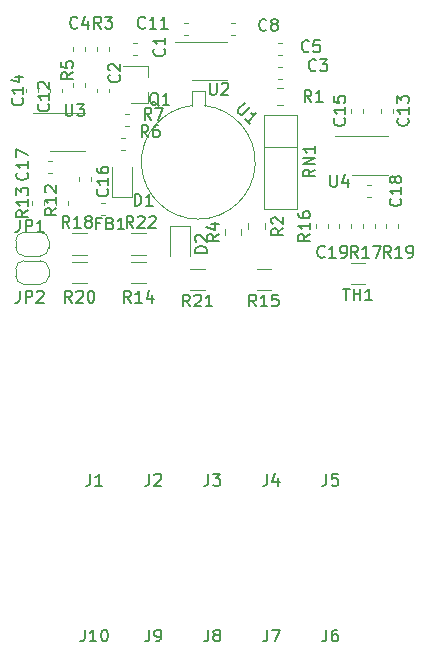
<source format=gbr>
%TF.GenerationSoftware,KiCad,Pcbnew,(5.1.6)-1*%
%TF.CreationDate,2021-03-23T10:57:52+01:00*%
%TF.ProjectId,mu-ltz,6d752d6c-747a-42e6-9b69-6361645f7063,rev?*%
%TF.SameCoordinates,Original*%
%TF.FileFunction,Legend,Top*%
%TF.FilePolarity,Positive*%
%FSLAX46Y46*%
G04 Gerber Fmt 4.6, Leading zero omitted, Abs format (unit mm)*
G04 Created by KiCad (PCBNEW (5.1.6)-1) date 2021-03-23 10:57:52*
%MOMM*%
%LPD*%
G01*
G04 APERTURE LIST*
%ADD10C,0.120000*%
%ADD11C,0.150000*%
G04 APERTURE END LIST*
D10*
%TO.C,D1*%
X108750000Y-55500000D02*
X110450000Y-55500000D01*
X110450000Y-55500000D02*
X110450000Y-52950000D01*
X108750000Y-55500000D02*
X108750000Y-52950000D01*
%TO.C,U4*%
X130600000Y-53610000D02*
X132100000Y-53610000D01*
X130600000Y-53610000D02*
X129100000Y-53610000D01*
X130600000Y-50390000D02*
X132100000Y-50390000D01*
X130600000Y-50390000D02*
X127675000Y-50390000D01*
%TO.C,U3*%
X105000000Y-51610000D02*
X106500000Y-51610000D01*
X105000000Y-51610000D02*
X103500000Y-51610000D01*
X105000000Y-48390000D02*
X106500000Y-48390000D01*
X105000000Y-48390000D02*
X102075000Y-48390000D01*
%TO.C,U2*%
X117000000Y-45610000D02*
X118500000Y-45610000D01*
X117000000Y-45610000D02*
X115500000Y-45610000D01*
X117000000Y-42390000D02*
X118500000Y-42390000D01*
X117000000Y-42390000D02*
X114075000Y-42390000D01*
%TO.C,R22*%
X110397936Y-58590000D02*
X111602064Y-58590000D01*
X110397936Y-60410000D02*
X111602064Y-60410000D01*
%TO.C,R21*%
X116602064Y-63410000D02*
X115397936Y-63410000D01*
X116602064Y-61590000D02*
X115397936Y-61590000D01*
%TO.C,R20*%
X105397936Y-60990000D02*
X106602064Y-60990000D01*
X105397936Y-62810000D02*
X106602064Y-62810000D01*
%TO.C,R19*%
X131990000Y-58162779D02*
X131990000Y-57837221D01*
X133010000Y-58162779D02*
X133010000Y-57837221D01*
%TO.C,R18*%
X105397936Y-58590000D02*
X106602064Y-58590000D01*
X105397936Y-60410000D02*
X106602064Y-60410000D01*
%TO.C,R17*%
X129990000Y-58162779D02*
X129990000Y-57837221D01*
X131010000Y-58162779D02*
X131010000Y-57837221D01*
%TO.C,R16*%
X125990000Y-58162779D02*
X125990000Y-57837221D01*
X127010000Y-58162779D02*
X127010000Y-57837221D01*
%TO.C,R15*%
X122202064Y-63410000D02*
X120997936Y-63410000D01*
X122202064Y-61590000D02*
X120997936Y-61590000D01*
%TO.C,R14*%
X110397936Y-60990000D02*
X111602064Y-60990000D01*
X110397936Y-62810000D02*
X111602064Y-62810000D01*
%TO.C,R13*%
X101990000Y-56162779D02*
X101990000Y-55837221D01*
X103010000Y-56162779D02*
X103010000Y-55837221D01*
%TO.C,R12*%
X103990000Y-56162779D02*
X103990000Y-55837221D01*
X105010000Y-56162779D02*
X105010000Y-55837221D01*
%TO.C,R7*%
X110162779Y-49510000D02*
X109837221Y-49510000D01*
X110162779Y-48490000D02*
X109837221Y-48490000D01*
%TO.C,R6*%
X109549721Y-50490000D02*
X109875279Y-50490000D01*
X109549721Y-51510000D02*
X109875279Y-51510000D01*
%TO.C,R5*%
X105490000Y-46162779D02*
X105490000Y-45837221D01*
X106510000Y-46162779D02*
X106510000Y-45837221D01*
%TO.C,R4*%
X118290000Y-58758578D02*
X118290000Y-58241422D01*
X119710000Y-58758578D02*
X119710000Y-58241422D01*
%TO.C,R3*%
X108510000Y-42837221D02*
X108510000Y-43162779D01*
X107490000Y-42837221D02*
X107490000Y-43162779D01*
%TO.C,Q1*%
X111810000Y-47580000D02*
X111810000Y-46650000D01*
X111810000Y-44420000D02*
X111810000Y-45350000D01*
X111810000Y-44420000D02*
X109650000Y-44420000D01*
X111810000Y-47580000D02*
X110350000Y-47580000D01*
%TO.C,JP2*%
X103400000Y-59800000D02*
G75*
G02*
X102700000Y-60500000I-700000J0D01*
G01*
X102700000Y-58500000D02*
G75*
G02*
X103400000Y-59200000I0J-700000D01*
G01*
X100600000Y-59200000D02*
G75*
G02*
X101300000Y-58500000I700000J0D01*
G01*
X101300000Y-60500000D02*
G75*
G02*
X100600000Y-59800000I0J700000D01*
G01*
X103400000Y-59200000D02*
X103400000Y-59800000D01*
X101300000Y-58500000D02*
X102700000Y-58500000D01*
X100600000Y-59800000D02*
X100600000Y-59200000D01*
X102700000Y-60500000D02*
X101300000Y-60500000D01*
%TO.C,JP1*%
X100600000Y-61600000D02*
G75*
G02*
X101300000Y-60900000I700000J0D01*
G01*
X101300000Y-62900000D02*
G75*
G02*
X100600000Y-62200000I0J700000D01*
G01*
X103400000Y-62200000D02*
G75*
G02*
X102700000Y-62900000I-700000J0D01*
G01*
X102700000Y-60900000D02*
G75*
G02*
X103400000Y-61600000I0J-700000D01*
G01*
X100600000Y-62200000D02*
X100600000Y-61600000D01*
X102700000Y-62900000D02*
X101300000Y-62900000D01*
X103400000Y-61600000D02*
X103400000Y-62200000D01*
X101300000Y-60900000D02*
X102700000Y-60900000D01*
%TO.C,FB1*%
X108162779Y-57010000D02*
X107837221Y-57010000D01*
X108162779Y-55990000D02*
X107837221Y-55990000D01*
%TO.C,D2*%
X115350000Y-58000000D02*
X113650000Y-58000000D01*
X113650000Y-58000000D02*
X113650000Y-60550000D01*
X115350000Y-58000000D02*
X115350000Y-60550000D01*
%TO.C,C19*%
X127990000Y-58162779D02*
X127990000Y-57837221D01*
X129010000Y-58162779D02*
X129010000Y-57837221D01*
%TO.C,C18*%
X130337221Y-54490000D02*
X130662779Y-54490000D01*
X130337221Y-55510000D02*
X130662779Y-55510000D01*
%TO.C,C17*%
X103337221Y-52490000D02*
X103662779Y-52490000D01*
X103337221Y-53510000D02*
X103662779Y-53510000D01*
%TO.C,C16*%
X105990000Y-54162779D02*
X105990000Y-53837221D01*
X107010000Y-54162779D02*
X107010000Y-53837221D01*
%TO.C,C15*%
X128990000Y-48375279D02*
X128990000Y-48049721D01*
X130010000Y-48375279D02*
X130010000Y-48049721D01*
%TO.C,C14*%
X101490000Y-46662779D02*
X101490000Y-46337221D01*
X102510000Y-46662779D02*
X102510000Y-46337221D01*
%TO.C,C13*%
X132510000Y-48049721D02*
X132510000Y-48375279D01*
X131490000Y-48049721D02*
X131490000Y-48375279D01*
%TO.C,C12*%
X104510000Y-46337221D02*
X104510000Y-46662779D01*
X103490000Y-46337221D02*
X103490000Y-46662779D01*
%TO.C,C11*%
X114837221Y-40790000D02*
X115162779Y-40790000D01*
X114837221Y-41810000D02*
X115162779Y-41810000D01*
%TO.C,C8*%
X118837221Y-40790000D02*
X119162779Y-40790000D01*
X118837221Y-41810000D02*
X119162779Y-41810000D01*
%TO.C,C5*%
X123162779Y-43510000D02*
X122837221Y-43510000D01*
X123162779Y-42490000D02*
X122837221Y-42490000D01*
%TO.C,C4*%
X105490000Y-43162779D02*
X105490000Y-42837221D01*
X106510000Y-43162779D02*
X106510000Y-42837221D01*
%TO.C,C3*%
X123162779Y-45510000D02*
X122837221Y-45510000D01*
X123162779Y-44490000D02*
X122837221Y-44490000D01*
%TO.C,C2*%
X108510000Y-46337221D02*
X108510000Y-46662779D01*
X107490000Y-46337221D02*
X107490000Y-46662779D01*
%TO.C,C1*%
X110549721Y-42490000D02*
X110875279Y-42490000D01*
X110549721Y-43510000D02*
X110875279Y-43510000D01*
%TO.C,TH1*%
X130202064Y-62910000D02*
X128997936Y-62910000D01*
X130202064Y-61090000D02*
X128997936Y-61090000D01*
%TO.C,RN1*%
X124400000Y-51270000D02*
X121600000Y-51270000D01*
X121600000Y-56520000D02*
X124400000Y-56520000D01*
X121600000Y-48560000D02*
X121600000Y-56520000D01*
X124400000Y-48560000D02*
X121600000Y-48560000D01*
X124400000Y-56520000D02*
X124400000Y-48560000D01*
%TO.C,R2*%
X120290000Y-58258578D02*
X120290000Y-57741422D01*
X121710000Y-58258578D02*
X121710000Y-57741422D01*
%TO.C,U1*%
X115515115Y-47776194D02*
G75*
G03*
X116614752Y-47776235I549637J-4788558D01*
G01*
X116614752Y-47776235D02*
X116614751Y-46516235D01*
X116614751Y-46516235D02*
X115514752Y-46516235D01*
X115514752Y-46516235D02*
X115514751Y-47776235D01*
%TO.C,R1*%
X123258578Y-47710000D02*
X122741422Y-47710000D01*
X123258578Y-46290000D02*
X122741422Y-46290000D01*
%TO.C,D1*%
D11*
X110661904Y-56252380D02*
X110661904Y-55252380D01*
X110900000Y-55252380D01*
X111042857Y-55300000D01*
X111138095Y-55395238D01*
X111185714Y-55490476D01*
X111233333Y-55680952D01*
X111233333Y-55823809D01*
X111185714Y-56014285D01*
X111138095Y-56109523D01*
X111042857Y-56204761D01*
X110900000Y-56252380D01*
X110661904Y-56252380D01*
X112185714Y-56252380D02*
X111614285Y-56252380D01*
X111900000Y-56252380D02*
X111900000Y-55252380D01*
X111804761Y-55395238D01*
X111709523Y-55490476D01*
X111614285Y-55538095D01*
%TO.C,U4*%
X127238095Y-53652380D02*
X127238095Y-54461904D01*
X127285714Y-54557142D01*
X127333333Y-54604761D01*
X127428571Y-54652380D01*
X127619047Y-54652380D01*
X127714285Y-54604761D01*
X127761904Y-54557142D01*
X127809523Y-54461904D01*
X127809523Y-53652380D01*
X128714285Y-53985714D02*
X128714285Y-54652380D01*
X128476190Y-53604761D02*
X128238095Y-54319047D01*
X128857142Y-54319047D01*
%TO.C,U3*%
X104838095Y-47652380D02*
X104838095Y-48461904D01*
X104885714Y-48557142D01*
X104933333Y-48604761D01*
X105028571Y-48652380D01*
X105219047Y-48652380D01*
X105314285Y-48604761D01*
X105361904Y-48557142D01*
X105409523Y-48461904D01*
X105409523Y-47652380D01*
X105790476Y-47652380D02*
X106409523Y-47652380D01*
X106076190Y-48033333D01*
X106219047Y-48033333D01*
X106314285Y-48080952D01*
X106361904Y-48128571D01*
X106409523Y-48223809D01*
X106409523Y-48461904D01*
X106361904Y-48557142D01*
X106314285Y-48604761D01*
X106219047Y-48652380D01*
X105933333Y-48652380D01*
X105838095Y-48604761D01*
X105790476Y-48557142D01*
%TO.C,U2*%
X117038095Y-45852380D02*
X117038095Y-46661904D01*
X117085714Y-46757142D01*
X117133333Y-46804761D01*
X117228571Y-46852380D01*
X117419047Y-46852380D01*
X117514285Y-46804761D01*
X117561904Y-46757142D01*
X117609523Y-46661904D01*
X117609523Y-45852380D01*
X118038095Y-45947619D02*
X118085714Y-45900000D01*
X118180952Y-45852380D01*
X118419047Y-45852380D01*
X118514285Y-45900000D01*
X118561904Y-45947619D01*
X118609523Y-46042857D01*
X118609523Y-46138095D01*
X118561904Y-46280952D01*
X117990476Y-46852380D01*
X118609523Y-46852380D01*
%TO.C,R22*%
X110557142Y-58132380D02*
X110223809Y-57656190D01*
X109985714Y-58132380D02*
X109985714Y-57132380D01*
X110366666Y-57132380D01*
X110461904Y-57180000D01*
X110509523Y-57227619D01*
X110557142Y-57322857D01*
X110557142Y-57465714D01*
X110509523Y-57560952D01*
X110461904Y-57608571D01*
X110366666Y-57656190D01*
X109985714Y-57656190D01*
X110938095Y-57227619D02*
X110985714Y-57180000D01*
X111080952Y-57132380D01*
X111319047Y-57132380D01*
X111414285Y-57180000D01*
X111461904Y-57227619D01*
X111509523Y-57322857D01*
X111509523Y-57418095D01*
X111461904Y-57560952D01*
X110890476Y-58132380D01*
X111509523Y-58132380D01*
X111890476Y-57227619D02*
X111938095Y-57180000D01*
X112033333Y-57132380D01*
X112271428Y-57132380D01*
X112366666Y-57180000D01*
X112414285Y-57227619D01*
X112461904Y-57322857D01*
X112461904Y-57418095D01*
X112414285Y-57560952D01*
X111842857Y-58132380D01*
X112461904Y-58132380D01*
%TO.C,R21*%
X115357142Y-64772380D02*
X115023809Y-64296190D01*
X114785714Y-64772380D02*
X114785714Y-63772380D01*
X115166666Y-63772380D01*
X115261904Y-63820000D01*
X115309523Y-63867619D01*
X115357142Y-63962857D01*
X115357142Y-64105714D01*
X115309523Y-64200952D01*
X115261904Y-64248571D01*
X115166666Y-64296190D01*
X114785714Y-64296190D01*
X115738095Y-63867619D02*
X115785714Y-63820000D01*
X115880952Y-63772380D01*
X116119047Y-63772380D01*
X116214285Y-63820000D01*
X116261904Y-63867619D01*
X116309523Y-63962857D01*
X116309523Y-64058095D01*
X116261904Y-64200952D01*
X115690476Y-64772380D01*
X116309523Y-64772380D01*
X117261904Y-64772380D02*
X116690476Y-64772380D01*
X116976190Y-64772380D02*
X116976190Y-63772380D01*
X116880952Y-63915238D01*
X116785714Y-64010476D01*
X116690476Y-64058095D01*
%TO.C,R20*%
X105357142Y-64452380D02*
X105023809Y-63976190D01*
X104785714Y-64452380D02*
X104785714Y-63452380D01*
X105166666Y-63452380D01*
X105261904Y-63500000D01*
X105309523Y-63547619D01*
X105357142Y-63642857D01*
X105357142Y-63785714D01*
X105309523Y-63880952D01*
X105261904Y-63928571D01*
X105166666Y-63976190D01*
X104785714Y-63976190D01*
X105738095Y-63547619D02*
X105785714Y-63500000D01*
X105880952Y-63452380D01*
X106119047Y-63452380D01*
X106214285Y-63500000D01*
X106261904Y-63547619D01*
X106309523Y-63642857D01*
X106309523Y-63738095D01*
X106261904Y-63880952D01*
X105690476Y-64452380D01*
X106309523Y-64452380D01*
X106928571Y-63452380D02*
X107023809Y-63452380D01*
X107119047Y-63500000D01*
X107166666Y-63547619D01*
X107214285Y-63642857D01*
X107261904Y-63833333D01*
X107261904Y-64071428D01*
X107214285Y-64261904D01*
X107166666Y-64357142D01*
X107119047Y-64404761D01*
X107023809Y-64452380D01*
X106928571Y-64452380D01*
X106833333Y-64404761D01*
X106785714Y-64357142D01*
X106738095Y-64261904D01*
X106690476Y-64071428D01*
X106690476Y-63833333D01*
X106738095Y-63642857D01*
X106785714Y-63547619D01*
X106833333Y-63500000D01*
X106928571Y-63452380D01*
%TO.C,R19*%
X132357142Y-60652380D02*
X132023809Y-60176190D01*
X131785714Y-60652380D02*
X131785714Y-59652380D01*
X132166666Y-59652380D01*
X132261904Y-59700000D01*
X132309523Y-59747619D01*
X132357142Y-59842857D01*
X132357142Y-59985714D01*
X132309523Y-60080952D01*
X132261904Y-60128571D01*
X132166666Y-60176190D01*
X131785714Y-60176190D01*
X133309523Y-60652380D02*
X132738095Y-60652380D01*
X133023809Y-60652380D02*
X133023809Y-59652380D01*
X132928571Y-59795238D01*
X132833333Y-59890476D01*
X132738095Y-59938095D01*
X133785714Y-60652380D02*
X133976190Y-60652380D01*
X134071428Y-60604761D01*
X134119047Y-60557142D01*
X134214285Y-60414285D01*
X134261904Y-60223809D01*
X134261904Y-59842857D01*
X134214285Y-59747619D01*
X134166666Y-59700000D01*
X134071428Y-59652380D01*
X133880952Y-59652380D01*
X133785714Y-59700000D01*
X133738095Y-59747619D01*
X133690476Y-59842857D01*
X133690476Y-60080952D01*
X133738095Y-60176190D01*
X133785714Y-60223809D01*
X133880952Y-60271428D01*
X134071428Y-60271428D01*
X134166666Y-60223809D01*
X134214285Y-60176190D01*
X134261904Y-60080952D01*
%TO.C,R18*%
X105157142Y-58132380D02*
X104823809Y-57656190D01*
X104585714Y-58132380D02*
X104585714Y-57132380D01*
X104966666Y-57132380D01*
X105061904Y-57180000D01*
X105109523Y-57227619D01*
X105157142Y-57322857D01*
X105157142Y-57465714D01*
X105109523Y-57560952D01*
X105061904Y-57608571D01*
X104966666Y-57656190D01*
X104585714Y-57656190D01*
X106109523Y-58132380D02*
X105538095Y-58132380D01*
X105823809Y-58132380D02*
X105823809Y-57132380D01*
X105728571Y-57275238D01*
X105633333Y-57370476D01*
X105538095Y-57418095D01*
X106680952Y-57560952D02*
X106585714Y-57513333D01*
X106538095Y-57465714D01*
X106490476Y-57370476D01*
X106490476Y-57322857D01*
X106538095Y-57227619D01*
X106585714Y-57180000D01*
X106680952Y-57132380D01*
X106871428Y-57132380D01*
X106966666Y-57180000D01*
X107014285Y-57227619D01*
X107061904Y-57322857D01*
X107061904Y-57370476D01*
X107014285Y-57465714D01*
X106966666Y-57513333D01*
X106871428Y-57560952D01*
X106680952Y-57560952D01*
X106585714Y-57608571D01*
X106538095Y-57656190D01*
X106490476Y-57751428D01*
X106490476Y-57941904D01*
X106538095Y-58037142D01*
X106585714Y-58084761D01*
X106680952Y-58132380D01*
X106871428Y-58132380D01*
X106966666Y-58084761D01*
X107014285Y-58037142D01*
X107061904Y-57941904D01*
X107061904Y-57751428D01*
X107014285Y-57656190D01*
X106966666Y-57608571D01*
X106871428Y-57560952D01*
%TO.C,R17*%
X129557142Y-60652380D02*
X129223809Y-60176190D01*
X128985714Y-60652380D02*
X128985714Y-59652380D01*
X129366666Y-59652380D01*
X129461904Y-59700000D01*
X129509523Y-59747619D01*
X129557142Y-59842857D01*
X129557142Y-59985714D01*
X129509523Y-60080952D01*
X129461904Y-60128571D01*
X129366666Y-60176190D01*
X128985714Y-60176190D01*
X130509523Y-60652380D02*
X129938095Y-60652380D01*
X130223809Y-60652380D02*
X130223809Y-59652380D01*
X130128571Y-59795238D01*
X130033333Y-59890476D01*
X129938095Y-59938095D01*
X130842857Y-59652380D02*
X131509523Y-59652380D01*
X131080952Y-60652380D01*
%TO.C,R16*%
X125522380Y-58642857D02*
X125046190Y-58976190D01*
X125522380Y-59214285D02*
X124522380Y-59214285D01*
X124522380Y-58833333D01*
X124570000Y-58738095D01*
X124617619Y-58690476D01*
X124712857Y-58642857D01*
X124855714Y-58642857D01*
X124950952Y-58690476D01*
X124998571Y-58738095D01*
X125046190Y-58833333D01*
X125046190Y-59214285D01*
X125522380Y-57690476D02*
X125522380Y-58261904D01*
X125522380Y-57976190D02*
X124522380Y-57976190D01*
X124665238Y-58071428D01*
X124760476Y-58166666D01*
X124808095Y-58261904D01*
X124522380Y-56833333D02*
X124522380Y-57023809D01*
X124570000Y-57119047D01*
X124617619Y-57166666D01*
X124760476Y-57261904D01*
X124950952Y-57309523D01*
X125331904Y-57309523D01*
X125427142Y-57261904D01*
X125474761Y-57214285D01*
X125522380Y-57119047D01*
X125522380Y-56928571D01*
X125474761Y-56833333D01*
X125427142Y-56785714D01*
X125331904Y-56738095D01*
X125093809Y-56738095D01*
X124998571Y-56785714D01*
X124950952Y-56833333D01*
X124903333Y-56928571D01*
X124903333Y-57119047D01*
X124950952Y-57214285D01*
X124998571Y-57261904D01*
X125093809Y-57309523D01*
%TO.C,R15*%
X120957142Y-64772380D02*
X120623809Y-64296190D01*
X120385714Y-64772380D02*
X120385714Y-63772380D01*
X120766666Y-63772380D01*
X120861904Y-63820000D01*
X120909523Y-63867619D01*
X120957142Y-63962857D01*
X120957142Y-64105714D01*
X120909523Y-64200952D01*
X120861904Y-64248571D01*
X120766666Y-64296190D01*
X120385714Y-64296190D01*
X121909523Y-64772380D02*
X121338095Y-64772380D01*
X121623809Y-64772380D02*
X121623809Y-63772380D01*
X121528571Y-63915238D01*
X121433333Y-64010476D01*
X121338095Y-64058095D01*
X122814285Y-63772380D02*
X122338095Y-63772380D01*
X122290476Y-64248571D01*
X122338095Y-64200952D01*
X122433333Y-64153333D01*
X122671428Y-64153333D01*
X122766666Y-64200952D01*
X122814285Y-64248571D01*
X122861904Y-64343809D01*
X122861904Y-64581904D01*
X122814285Y-64677142D01*
X122766666Y-64724761D01*
X122671428Y-64772380D01*
X122433333Y-64772380D01*
X122338095Y-64724761D01*
X122290476Y-64677142D01*
%TO.C,R14*%
X110357142Y-64452380D02*
X110023809Y-63976190D01*
X109785714Y-64452380D02*
X109785714Y-63452380D01*
X110166666Y-63452380D01*
X110261904Y-63500000D01*
X110309523Y-63547619D01*
X110357142Y-63642857D01*
X110357142Y-63785714D01*
X110309523Y-63880952D01*
X110261904Y-63928571D01*
X110166666Y-63976190D01*
X109785714Y-63976190D01*
X111309523Y-64452380D02*
X110738095Y-64452380D01*
X111023809Y-64452380D02*
X111023809Y-63452380D01*
X110928571Y-63595238D01*
X110833333Y-63690476D01*
X110738095Y-63738095D01*
X112166666Y-63785714D02*
X112166666Y-64452380D01*
X111928571Y-63404761D02*
X111690476Y-64119047D01*
X112309523Y-64119047D01*
%TO.C,R13*%
X101652380Y-56642857D02*
X101176190Y-56976190D01*
X101652380Y-57214285D02*
X100652380Y-57214285D01*
X100652380Y-56833333D01*
X100700000Y-56738095D01*
X100747619Y-56690476D01*
X100842857Y-56642857D01*
X100985714Y-56642857D01*
X101080952Y-56690476D01*
X101128571Y-56738095D01*
X101176190Y-56833333D01*
X101176190Y-57214285D01*
X101652380Y-55690476D02*
X101652380Y-56261904D01*
X101652380Y-55976190D02*
X100652380Y-55976190D01*
X100795238Y-56071428D01*
X100890476Y-56166666D01*
X100938095Y-56261904D01*
X100652380Y-55357142D02*
X100652380Y-54738095D01*
X101033333Y-55071428D01*
X101033333Y-54928571D01*
X101080952Y-54833333D01*
X101128571Y-54785714D01*
X101223809Y-54738095D01*
X101461904Y-54738095D01*
X101557142Y-54785714D01*
X101604761Y-54833333D01*
X101652380Y-54928571D01*
X101652380Y-55214285D01*
X101604761Y-55309523D01*
X101557142Y-55357142D01*
%TO.C,R12*%
X104052380Y-56442857D02*
X103576190Y-56776190D01*
X104052380Y-57014285D02*
X103052380Y-57014285D01*
X103052380Y-56633333D01*
X103100000Y-56538095D01*
X103147619Y-56490476D01*
X103242857Y-56442857D01*
X103385714Y-56442857D01*
X103480952Y-56490476D01*
X103528571Y-56538095D01*
X103576190Y-56633333D01*
X103576190Y-57014285D01*
X104052380Y-55490476D02*
X104052380Y-56061904D01*
X104052380Y-55776190D02*
X103052380Y-55776190D01*
X103195238Y-55871428D01*
X103290476Y-55966666D01*
X103338095Y-56061904D01*
X103147619Y-55109523D02*
X103100000Y-55061904D01*
X103052380Y-54966666D01*
X103052380Y-54728571D01*
X103100000Y-54633333D01*
X103147619Y-54585714D01*
X103242857Y-54538095D01*
X103338095Y-54538095D01*
X103480952Y-54585714D01*
X104052380Y-55157142D01*
X104052380Y-54538095D01*
%TO.C,R7*%
X112083333Y-48952380D02*
X111750000Y-48476190D01*
X111511904Y-48952380D02*
X111511904Y-47952380D01*
X111892857Y-47952380D01*
X111988095Y-48000000D01*
X112035714Y-48047619D01*
X112083333Y-48142857D01*
X112083333Y-48285714D01*
X112035714Y-48380952D01*
X111988095Y-48428571D01*
X111892857Y-48476190D01*
X111511904Y-48476190D01*
X112416666Y-47952380D02*
X113083333Y-47952380D01*
X112654761Y-48952380D01*
%TO.C,R6*%
X111833333Y-50452380D02*
X111500000Y-49976190D01*
X111261904Y-50452380D02*
X111261904Y-49452380D01*
X111642857Y-49452380D01*
X111738095Y-49500000D01*
X111785714Y-49547619D01*
X111833333Y-49642857D01*
X111833333Y-49785714D01*
X111785714Y-49880952D01*
X111738095Y-49928571D01*
X111642857Y-49976190D01*
X111261904Y-49976190D01*
X112690476Y-49452380D02*
X112500000Y-49452380D01*
X112404761Y-49500000D01*
X112357142Y-49547619D01*
X112261904Y-49690476D01*
X112214285Y-49880952D01*
X112214285Y-50261904D01*
X112261904Y-50357142D01*
X112309523Y-50404761D01*
X112404761Y-50452380D01*
X112595238Y-50452380D01*
X112690476Y-50404761D01*
X112738095Y-50357142D01*
X112785714Y-50261904D01*
X112785714Y-50023809D01*
X112738095Y-49928571D01*
X112690476Y-49880952D01*
X112595238Y-49833333D01*
X112404761Y-49833333D01*
X112309523Y-49880952D01*
X112261904Y-49928571D01*
X112214285Y-50023809D01*
%TO.C,R5*%
X105452380Y-44966666D02*
X104976190Y-45300000D01*
X105452380Y-45538095D02*
X104452380Y-45538095D01*
X104452380Y-45157142D01*
X104500000Y-45061904D01*
X104547619Y-45014285D01*
X104642857Y-44966666D01*
X104785714Y-44966666D01*
X104880952Y-45014285D01*
X104928571Y-45061904D01*
X104976190Y-45157142D01*
X104976190Y-45538095D01*
X104452380Y-44061904D02*
X104452380Y-44538095D01*
X104928571Y-44585714D01*
X104880952Y-44538095D01*
X104833333Y-44442857D01*
X104833333Y-44204761D01*
X104880952Y-44109523D01*
X104928571Y-44061904D01*
X105023809Y-44014285D01*
X105261904Y-44014285D01*
X105357142Y-44061904D01*
X105404761Y-44109523D01*
X105452380Y-44204761D01*
X105452380Y-44442857D01*
X105404761Y-44538095D01*
X105357142Y-44585714D01*
%TO.C,R4*%
X117802380Y-58666666D02*
X117326190Y-59000000D01*
X117802380Y-59238095D02*
X116802380Y-59238095D01*
X116802380Y-58857142D01*
X116850000Y-58761904D01*
X116897619Y-58714285D01*
X116992857Y-58666666D01*
X117135714Y-58666666D01*
X117230952Y-58714285D01*
X117278571Y-58761904D01*
X117326190Y-58857142D01*
X117326190Y-59238095D01*
X117135714Y-57809523D02*
X117802380Y-57809523D01*
X116754761Y-58047619D02*
X117469047Y-58285714D01*
X117469047Y-57666666D01*
%TO.C,R3*%
X107833333Y-41252380D02*
X107500000Y-40776190D01*
X107261904Y-41252380D02*
X107261904Y-40252380D01*
X107642857Y-40252380D01*
X107738095Y-40300000D01*
X107785714Y-40347619D01*
X107833333Y-40442857D01*
X107833333Y-40585714D01*
X107785714Y-40680952D01*
X107738095Y-40728571D01*
X107642857Y-40776190D01*
X107261904Y-40776190D01*
X108166666Y-40252380D02*
X108785714Y-40252380D01*
X108452380Y-40633333D01*
X108595238Y-40633333D01*
X108690476Y-40680952D01*
X108738095Y-40728571D01*
X108785714Y-40823809D01*
X108785714Y-41061904D01*
X108738095Y-41157142D01*
X108690476Y-41204761D01*
X108595238Y-41252380D01*
X108309523Y-41252380D01*
X108214285Y-41204761D01*
X108166666Y-41157142D01*
%TO.C,Q1*%
X112704761Y-47797619D02*
X112609523Y-47750000D01*
X112514285Y-47654761D01*
X112371428Y-47511904D01*
X112276190Y-47464285D01*
X112180952Y-47464285D01*
X112228571Y-47702380D02*
X112133333Y-47654761D01*
X112038095Y-47559523D01*
X111990476Y-47369047D01*
X111990476Y-47035714D01*
X112038095Y-46845238D01*
X112133333Y-46750000D01*
X112228571Y-46702380D01*
X112419047Y-46702380D01*
X112514285Y-46750000D01*
X112609523Y-46845238D01*
X112657142Y-47035714D01*
X112657142Y-47369047D01*
X112609523Y-47559523D01*
X112514285Y-47654761D01*
X112419047Y-47702380D01*
X112228571Y-47702380D01*
X113609523Y-47702380D02*
X113038095Y-47702380D01*
X113323809Y-47702380D02*
X113323809Y-46702380D01*
X113228571Y-46845238D01*
X113133333Y-46940476D01*
X113038095Y-46988095D01*
%TO.C,JP2*%
X100966666Y-63452380D02*
X100966666Y-64166666D01*
X100919047Y-64309523D01*
X100823809Y-64404761D01*
X100680952Y-64452380D01*
X100585714Y-64452380D01*
X101442857Y-64452380D02*
X101442857Y-63452380D01*
X101823809Y-63452380D01*
X101919047Y-63500000D01*
X101966666Y-63547619D01*
X102014285Y-63642857D01*
X102014285Y-63785714D01*
X101966666Y-63880952D01*
X101919047Y-63928571D01*
X101823809Y-63976190D01*
X101442857Y-63976190D01*
X102395238Y-63547619D02*
X102442857Y-63500000D01*
X102538095Y-63452380D01*
X102776190Y-63452380D01*
X102871428Y-63500000D01*
X102919047Y-63547619D01*
X102966666Y-63642857D01*
X102966666Y-63738095D01*
X102919047Y-63880952D01*
X102347619Y-64452380D01*
X102966666Y-64452380D01*
%TO.C,JP1*%
X100966666Y-57452380D02*
X100966666Y-58166666D01*
X100919047Y-58309523D01*
X100823809Y-58404761D01*
X100680952Y-58452380D01*
X100585714Y-58452380D01*
X101442857Y-58452380D02*
X101442857Y-57452380D01*
X101823809Y-57452380D01*
X101919047Y-57500000D01*
X101966666Y-57547619D01*
X102014285Y-57642857D01*
X102014285Y-57785714D01*
X101966666Y-57880952D01*
X101919047Y-57928571D01*
X101823809Y-57976190D01*
X101442857Y-57976190D01*
X102966666Y-58452380D02*
X102395238Y-58452380D01*
X102680952Y-58452380D02*
X102680952Y-57452380D01*
X102585714Y-57595238D01*
X102490476Y-57690476D01*
X102395238Y-57738095D01*
%TO.C,FB1*%
X107766666Y-57728571D02*
X107433333Y-57728571D01*
X107433333Y-58252380D02*
X107433333Y-57252380D01*
X107909523Y-57252380D01*
X108623809Y-57728571D02*
X108766666Y-57776190D01*
X108814285Y-57823809D01*
X108861904Y-57919047D01*
X108861904Y-58061904D01*
X108814285Y-58157142D01*
X108766666Y-58204761D01*
X108671428Y-58252380D01*
X108290476Y-58252380D01*
X108290476Y-57252380D01*
X108623809Y-57252380D01*
X108719047Y-57300000D01*
X108766666Y-57347619D01*
X108814285Y-57442857D01*
X108814285Y-57538095D01*
X108766666Y-57633333D01*
X108719047Y-57680952D01*
X108623809Y-57728571D01*
X108290476Y-57728571D01*
X109814285Y-58252380D02*
X109242857Y-58252380D01*
X109528571Y-58252380D02*
X109528571Y-57252380D01*
X109433333Y-57395238D01*
X109338095Y-57490476D01*
X109242857Y-57538095D01*
%TO.C,D2*%
X116802380Y-60238095D02*
X115802380Y-60238095D01*
X115802380Y-60000000D01*
X115850000Y-59857142D01*
X115945238Y-59761904D01*
X116040476Y-59714285D01*
X116230952Y-59666666D01*
X116373809Y-59666666D01*
X116564285Y-59714285D01*
X116659523Y-59761904D01*
X116754761Y-59857142D01*
X116802380Y-60000000D01*
X116802380Y-60238095D01*
X115897619Y-59285714D02*
X115850000Y-59238095D01*
X115802380Y-59142857D01*
X115802380Y-58904761D01*
X115850000Y-58809523D01*
X115897619Y-58761904D01*
X115992857Y-58714285D01*
X116088095Y-58714285D01*
X116230952Y-58761904D01*
X116802380Y-59333333D01*
X116802380Y-58714285D01*
%TO.C,C19*%
X126757142Y-60557142D02*
X126709523Y-60604761D01*
X126566666Y-60652380D01*
X126471428Y-60652380D01*
X126328571Y-60604761D01*
X126233333Y-60509523D01*
X126185714Y-60414285D01*
X126138095Y-60223809D01*
X126138095Y-60080952D01*
X126185714Y-59890476D01*
X126233333Y-59795238D01*
X126328571Y-59700000D01*
X126471428Y-59652380D01*
X126566666Y-59652380D01*
X126709523Y-59700000D01*
X126757142Y-59747619D01*
X127709523Y-60652380D02*
X127138095Y-60652380D01*
X127423809Y-60652380D02*
X127423809Y-59652380D01*
X127328571Y-59795238D01*
X127233333Y-59890476D01*
X127138095Y-59938095D01*
X128185714Y-60652380D02*
X128376190Y-60652380D01*
X128471428Y-60604761D01*
X128519047Y-60557142D01*
X128614285Y-60414285D01*
X128661904Y-60223809D01*
X128661904Y-59842857D01*
X128614285Y-59747619D01*
X128566666Y-59700000D01*
X128471428Y-59652380D01*
X128280952Y-59652380D01*
X128185714Y-59700000D01*
X128138095Y-59747619D01*
X128090476Y-59842857D01*
X128090476Y-60080952D01*
X128138095Y-60176190D01*
X128185714Y-60223809D01*
X128280952Y-60271428D01*
X128471428Y-60271428D01*
X128566666Y-60223809D01*
X128614285Y-60176190D01*
X128661904Y-60080952D01*
%TO.C,C18*%
X133157142Y-55642857D02*
X133204761Y-55690476D01*
X133252380Y-55833333D01*
X133252380Y-55928571D01*
X133204761Y-56071428D01*
X133109523Y-56166666D01*
X133014285Y-56214285D01*
X132823809Y-56261904D01*
X132680952Y-56261904D01*
X132490476Y-56214285D01*
X132395238Y-56166666D01*
X132300000Y-56071428D01*
X132252380Y-55928571D01*
X132252380Y-55833333D01*
X132300000Y-55690476D01*
X132347619Y-55642857D01*
X133252380Y-54690476D02*
X133252380Y-55261904D01*
X133252380Y-54976190D02*
X132252380Y-54976190D01*
X132395238Y-55071428D01*
X132490476Y-55166666D01*
X132538095Y-55261904D01*
X132680952Y-54119047D02*
X132633333Y-54214285D01*
X132585714Y-54261904D01*
X132490476Y-54309523D01*
X132442857Y-54309523D01*
X132347619Y-54261904D01*
X132300000Y-54214285D01*
X132252380Y-54119047D01*
X132252380Y-53928571D01*
X132300000Y-53833333D01*
X132347619Y-53785714D01*
X132442857Y-53738095D01*
X132490476Y-53738095D01*
X132585714Y-53785714D01*
X132633333Y-53833333D01*
X132680952Y-53928571D01*
X132680952Y-54119047D01*
X132728571Y-54214285D01*
X132776190Y-54261904D01*
X132871428Y-54309523D01*
X133061904Y-54309523D01*
X133157142Y-54261904D01*
X133204761Y-54214285D01*
X133252380Y-54119047D01*
X133252380Y-53928571D01*
X133204761Y-53833333D01*
X133157142Y-53785714D01*
X133061904Y-53738095D01*
X132871428Y-53738095D01*
X132776190Y-53785714D01*
X132728571Y-53833333D01*
X132680952Y-53928571D01*
%TO.C,C17*%
X101557142Y-53442857D02*
X101604761Y-53490476D01*
X101652380Y-53633333D01*
X101652380Y-53728571D01*
X101604761Y-53871428D01*
X101509523Y-53966666D01*
X101414285Y-54014285D01*
X101223809Y-54061904D01*
X101080952Y-54061904D01*
X100890476Y-54014285D01*
X100795238Y-53966666D01*
X100700000Y-53871428D01*
X100652380Y-53728571D01*
X100652380Y-53633333D01*
X100700000Y-53490476D01*
X100747619Y-53442857D01*
X101652380Y-52490476D02*
X101652380Y-53061904D01*
X101652380Y-52776190D02*
X100652380Y-52776190D01*
X100795238Y-52871428D01*
X100890476Y-52966666D01*
X100938095Y-53061904D01*
X100652380Y-52157142D02*
X100652380Y-51490476D01*
X101652380Y-51919047D01*
%TO.C,C16*%
X108357142Y-54842857D02*
X108404761Y-54890476D01*
X108452380Y-55033333D01*
X108452380Y-55128571D01*
X108404761Y-55271428D01*
X108309523Y-55366666D01*
X108214285Y-55414285D01*
X108023809Y-55461904D01*
X107880952Y-55461904D01*
X107690476Y-55414285D01*
X107595238Y-55366666D01*
X107500000Y-55271428D01*
X107452380Y-55128571D01*
X107452380Y-55033333D01*
X107500000Y-54890476D01*
X107547619Y-54842857D01*
X108452380Y-53890476D02*
X108452380Y-54461904D01*
X108452380Y-54176190D02*
X107452380Y-54176190D01*
X107595238Y-54271428D01*
X107690476Y-54366666D01*
X107738095Y-54461904D01*
X107452380Y-53033333D02*
X107452380Y-53223809D01*
X107500000Y-53319047D01*
X107547619Y-53366666D01*
X107690476Y-53461904D01*
X107880952Y-53509523D01*
X108261904Y-53509523D01*
X108357142Y-53461904D01*
X108404761Y-53414285D01*
X108452380Y-53319047D01*
X108452380Y-53128571D01*
X108404761Y-53033333D01*
X108357142Y-52985714D01*
X108261904Y-52938095D01*
X108023809Y-52938095D01*
X107928571Y-52985714D01*
X107880952Y-53033333D01*
X107833333Y-53128571D01*
X107833333Y-53319047D01*
X107880952Y-53414285D01*
X107928571Y-53461904D01*
X108023809Y-53509523D01*
%TO.C,C15*%
X128427142Y-48855357D02*
X128474761Y-48902976D01*
X128522380Y-49045833D01*
X128522380Y-49141071D01*
X128474761Y-49283928D01*
X128379523Y-49379166D01*
X128284285Y-49426785D01*
X128093809Y-49474404D01*
X127950952Y-49474404D01*
X127760476Y-49426785D01*
X127665238Y-49379166D01*
X127570000Y-49283928D01*
X127522380Y-49141071D01*
X127522380Y-49045833D01*
X127570000Y-48902976D01*
X127617619Y-48855357D01*
X128522380Y-47902976D02*
X128522380Y-48474404D01*
X128522380Y-48188690D02*
X127522380Y-48188690D01*
X127665238Y-48283928D01*
X127760476Y-48379166D01*
X127808095Y-48474404D01*
X127522380Y-46998214D02*
X127522380Y-47474404D01*
X127998571Y-47522023D01*
X127950952Y-47474404D01*
X127903333Y-47379166D01*
X127903333Y-47141071D01*
X127950952Y-47045833D01*
X127998571Y-46998214D01*
X128093809Y-46950595D01*
X128331904Y-46950595D01*
X128427142Y-46998214D01*
X128474761Y-47045833D01*
X128522380Y-47141071D01*
X128522380Y-47379166D01*
X128474761Y-47474404D01*
X128427142Y-47522023D01*
%TO.C,C14*%
X101157142Y-47142857D02*
X101204761Y-47190476D01*
X101252380Y-47333333D01*
X101252380Y-47428571D01*
X101204761Y-47571428D01*
X101109523Y-47666666D01*
X101014285Y-47714285D01*
X100823809Y-47761904D01*
X100680952Y-47761904D01*
X100490476Y-47714285D01*
X100395238Y-47666666D01*
X100300000Y-47571428D01*
X100252380Y-47428571D01*
X100252380Y-47333333D01*
X100300000Y-47190476D01*
X100347619Y-47142857D01*
X101252380Y-46190476D02*
X101252380Y-46761904D01*
X101252380Y-46476190D02*
X100252380Y-46476190D01*
X100395238Y-46571428D01*
X100490476Y-46666666D01*
X100538095Y-46761904D01*
X100585714Y-45333333D02*
X101252380Y-45333333D01*
X100204761Y-45571428D02*
X100919047Y-45809523D01*
X100919047Y-45190476D01*
%TO.C,C13*%
X133787142Y-48855357D02*
X133834761Y-48902976D01*
X133882380Y-49045833D01*
X133882380Y-49141071D01*
X133834761Y-49283928D01*
X133739523Y-49379166D01*
X133644285Y-49426785D01*
X133453809Y-49474404D01*
X133310952Y-49474404D01*
X133120476Y-49426785D01*
X133025238Y-49379166D01*
X132930000Y-49283928D01*
X132882380Y-49141071D01*
X132882380Y-49045833D01*
X132930000Y-48902976D01*
X132977619Y-48855357D01*
X133882380Y-47902976D02*
X133882380Y-48474404D01*
X133882380Y-48188690D02*
X132882380Y-48188690D01*
X133025238Y-48283928D01*
X133120476Y-48379166D01*
X133168095Y-48474404D01*
X132882380Y-47569642D02*
X132882380Y-46950595D01*
X133263333Y-47283928D01*
X133263333Y-47141071D01*
X133310952Y-47045833D01*
X133358571Y-46998214D01*
X133453809Y-46950595D01*
X133691904Y-46950595D01*
X133787142Y-46998214D01*
X133834761Y-47045833D01*
X133882380Y-47141071D01*
X133882380Y-47426785D01*
X133834761Y-47522023D01*
X133787142Y-47569642D01*
%TO.C,C12*%
X103357142Y-47642857D02*
X103404761Y-47690476D01*
X103452380Y-47833333D01*
X103452380Y-47928571D01*
X103404761Y-48071428D01*
X103309523Y-48166666D01*
X103214285Y-48214285D01*
X103023809Y-48261904D01*
X102880952Y-48261904D01*
X102690476Y-48214285D01*
X102595238Y-48166666D01*
X102500000Y-48071428D01*
X102452380Y-47928571D01*
X102452380Y-47833333D01*
X102500000Y-47690476D01*
X102547619Y-47642857D01*
X103452380Y-46690476D02*
X103452380Y-47261904D01*
X103452380Y-46976190D02*
X102452380Y-46976190D01*
X102595238Y-47071428D01*
X102690476Y-47166666D01*
X102738095Y-47261904D01*
X102547619Y-46309523D02*
X102500000Y-46261904D01*
X102452380Y-46166666D01*
X102452380Y-45928571D01*
X102500000Y-45833333D01*
X102547619Y-45785714D01*
X102642857Y-45738095D01*
X102738095Y-45738095D01*
X102880952Y-45785714D01*
X103452380Y-46357142D01*
X103452380Y-45738095D01*
%TO.C,C11*%
X111557142Y-41157142D02*
X111509523Y-41204761D01*
X111366666Y-41252380D01*
X111271428Y-41252380D01*
X111128571Y-41204761D01*
X111033333Y-41109523D01*
X110985714Y-41014285D01*
X110938095Y-40823809D01*
X110938095Y-40680952D01*
X110985714Y-40490476D01*
X111033333Y-40395238D01*
X111128571Y-40300000D01*
X111271428Y-40252380D01*
X111366666Y-40252380D01*
X111509523Y-40300000D01*
X111557142Y-40347619D01*
X112509523Y-41252380D02*
X111938095Y-41252380D01*
X112223809Y-41252380D02*
X112223809Y-40252380D01*
X112128571Y-40395238D01*
X112033333Y-40490476D01*
X111938095Y-40538095D01*
X113461904Y-41252380D02*
X112890476Y-41252380D01*
X113176190Y-41252380D02*
X113176190Y-40252380D01*
X113080952Y-40395238D01*
X112985714Y-40490476D01*
X112890476Y-40538095D01*
%TO.C,C8*%
X121833333Y-41357142D02*
X121785714Y-41404761D01*
X121642857Y-41452380D01*
X121547619Y-41452380D01*
X121404761Y-41404761D01*
X121309523Y-41309523D01*
X121261904Y-41214285D01*
X121214285Y-41023809D01*
X121214285Y-40880952D01*
X121261904Y-40690476D01*
X121309523Y-40595238D01*
X121404761Y-40500000D01*
X121547619Y-40452380D01*
X121642857Y-40452380D01*
X121785714Y-40500000D01*
X121833333Y-40547619D01*
X122404761Y-40880952D02*
X122309523Y-40833333D01*
X122261904Y-40785714D01*
X122214285Y-40690476D01*
X122214285Y-40642857D01*
X122261904Y-40547619D01*
X122309523Y-40500000D01*
X122404761Y-40452380D01*
X122595238Y-40452380D01*
X122690476Y-40500000D01*
X122738095Y-40547619D01*
X122785714Y-40642857D01*
X122785714Y-40690476D01*
X122738095Y-40785714D01*
X122690476Y-40833333D01*
X122595238Y-40880952D01*
X122404761Y-40880952D01*
X122309523Y-40928571D01*
X122261904Y-40976190D01*
X122214285Y-41071428D01*
X122214285Y-41261904D01*
X122261904Y-41357142D01*
X122309523Y-41404761D01*
X122404761Y-41452380D01*
X122595238Y-41452380D01*
X122690476Y-41404761D01*
X122738095Y-41357142D01*
X122785714Y-41261904D01*
X122785714Y-41071428D01*
X122738095Y-40976190D01*
X122690476Y-40928571D01*
X122595238Y-40880952D01*
%TO.C,C5*%
X125433333Y-43157142D02*
X125385714Y-43204761D01*
X125242857Y-43252380D01*
X125147619Y-43252380D01*
X125004761Y-43204761D01*
X124909523Y-43109523D01*
X124861904Y-43014285D01*
X124814285Y-42823809D01*
X124814285Y-42680952D01*
X124861904Y-42490476D01*
X124909523Y-42395238D01*
X125004761Y-42300000D01*
X125147619Y-42252380D01*
X125242857Y-42252380D01*
X125385714Y-42300000D01*
X125433333Y-42347619D01*
X126338095Y-42252380D02*
X125861904Y-42252380D01*
X125814285Y-42728571D01*
X125861904Y-42680952D01*
X125957142Y-42633333D01*
X126195238Y-42633333D01*
X126290476Y-42680952D01*
X126338095Y-42728571D01*
X126385714Y-42823809D01*
X126385714Y-43061904D01*
X126338095Y-43157142D01*
X126290476Y-43204761D01*
X126195238Y-43252380D01*
X125957142Y-43252380D01*
X125861904Y-43204761D01*
X125814285Y-43157142D01*
%TO.C,C4*%
X105833333Y-41157142D02*
X105785714Y-41204761D01*
X105642857Y-41252380D01*
X105547619Y-41252380D01*
X105404761Y-41204761D01*
X105309523Y-41109523D01*
X105261904Y-41014285D01*
X105214285Y-40823809D01*
X105214285Y-40680952D01*
X105261904Y-40490476D01*
X105309523Y-40395238D01*
X105404761Y-40300000D01*
X105547619Y-40252380D01*
X105642857Y-40252380D01*
X105785714Y-40300000D01*
X105833333Y-40347619D01*
X106690476Y-40585714D02*
X106690476Y-41252380D01*
X106452380Y-40204761D02*
X106214285Y-40919047D01*
X106833333Y-40919047D01*
%TO.C,C3*%
X126033333Y-44757142D02*
X125985714Y-44804761D01*
X125842857Y-44852380D01*
X125747619Y-44852380D01*
X125604761Y-44804761D01*
X125509523Y-44709523D01*
X125461904Y-44614285D01*
X125414285Y-44423809D01*
X125414285Y-44280952D01*
X125461904Y-44090476D01*
X125509523Y-43995238D01*
X125604761Y-43900000D01*
X125747619Y-43852380D01*
X125842857Y-43852380D01*
X125985714Y-43900000D01*
X126033333Y-43947619D01*
X126366666Y-43852380D02*
X126985714Y-43852380D01*
X126652380Y-44233333D01*
X126795238Y-44233333D01*
X126890476Y-44280952D01*
X126938095Y-44328571D01*
X126985714Y-44423809D01*
X126985714Y-44661904D01*
X126938095Y-44757142D01*
X126890476Y-44804761D01*
X126795238Y-44852380D01*
X126509523Y-44852380D01*
X126414285Y-44804761D01*
X126366666Y-44757142D01*
%TO.C,C2*%
X109357142Y-45166666D02*
X109404761Y-45214285D01*
X109452380Y-45357142D01*
X109452380Y-45452380D01*
X109404761Y-45595238D01*
X109309523Y-45690476D01*
X109214285Y-45738095D01*
X109023809Y-45785714D01*
X108880952Y-45785714D01*
X108690476Y-45738095D01*
X108595238Y-45690476D01*
X108500000Y-45595238D01*
X108452380Y-45452380D01*
X108452380Y-45357142D01*
X108500000Y-45214285D01*
X108547619Y-45166666D01*
X108547619Y-44785714D02*
X108500000Y-44738095D01*
X108452380Y-44642857D01*
X108452380Y-44404761D01*
X108500000Y-44309523D01*
X108547619Y-44261904D01*
X108642857Y-44214285D01*
X108738095Y-44214285D01*
X108880952Y-44261904D01*
X109452380Y-44833333D01*
X109452380Y-44214285D01*
%TO.C,C1*%
X113157142Y-42966666D02*
X113204761Y-43014285D01*
X113252380Y-43157142D01*
X113252380Y-43252380D01*
X113204761Y-43395238D01*
X113109523Y-43490476D01*
X113014285Y-43538095D01*
X112823809Y-43585714D01*
X112680952Y-43585714D01*
X112490476Y-43538095D01*
X112395238Y-43490476D01*
X112300000Y-43395238D01*
X112252380Y-43252380D01*
X112252380Y-43157142D01*
X112300000Y-43014285D01*
X112347619Y-42966666D01*
X113252380Y-42014285D02*
X113252380Y-42585714D01*
X113252380Y-42300000D02*
X112252380Y-42300000D01*
X112395238Y-42395238D01*
X112490476Y-42490476D01*
X112538095Y-42585714D01*
%TO.C,TH1*%
X128314285Y-63272380D02*
X128885714Y-63272380D01*
X128600000Y-64272380D02*
X128600000Y-63272380D01*
X129219047Y-64272380D02*
X129219047Y-63272380D01*
X129219047Y-63748571D02*
X129790476Y-63748571D01*
X129790476Y-64272380D02*
X129790476Y-63272380D01*
X130790476Y-64272380D02*
X130219047Y-64272380D01*
X130504761Y-64272380D02*
X130504761Y-63272380D01*
X130409523Y-63415238D01*
X130314285Y-63510476D01*
X130219047Y-63558095D01*
%TO.C,RN1*%
X125952380Y-53190476D02*
X125476190Y-53523809D01*
X125952380Y-53761904D02*
X124952380Y-53761904D01*
X124952380Y-53380952D01*
X125000000Y-53285714D01*
X125047619Y-53238095D01*
X125142857Y-53190476D01*
X125285714Y-53190476D01*
X125380952Y-53238095D01*
X125428571Y-53285714D01*
X125476190Y-53380952D01*
X125476190Y-53761904D01*
X125952380Y-52761904D02*
X124952380Y-52761904D01*
X125952380Y-52190476D01*
X124952380Y-52190476D01*
X125952380Y-51190476D02*
X125952380Y-51761904D01*
X125952380Y-51476190D02*
X124952380Y-51476190D01*
X125095238Y-51571428D01*
X125190476Y-51666666D01*
X125238095Y-51761904D01*
%TO.C,R2*%
X123252380Y-58166666D02*
X122776190Y-58500000D01*
X123252380Y-58738095D02*
X122252380Y-58738095D01*
X122252380Y-58357142D01*
X122300000Y-58261904D01*
X122347619Y-58214285D01*
X122442857Y-58166666D01*
X122585714Y-58166666D01*
X122680952Y-58214285D01*
X122728571Y-58261904D01*
X122776190Y-58357142D01*
X122776190Y-58738095D01*
X122347619Y-57785714D02*
X122300000Y-57738095D01*
X122252380Y-57642857D01*
X122252380Y-57404761D01*
X122300000Y-57309523D01*
X122347619Y-57261904D01*
X122442857Y-57214285D01*
X122538095Y-57214285D01*
X122680952Y-57261904D01*
X123252380Y-57833333D01*
X123252380Y-57214285D01*
%TO.C,U1*%
X120028590Y-47523416D02*
X119456170Y-48095836D01*
X119422498Y-48196851D01*
X119422498Y-48264195D01*
X119456170Y-48365210D01*
X119590857Y-48499897D01*
X119691872Y-48533569D01*
X119759216Y-48533569D01*
X119860231Y-48499897D01*
X120432651Y-47927477D01*
X120432651Y-49341691D02*
X120028590Y-48937630D01*
X120230620Y-49139660D02*
X120937727Y-48432554D01*
X120769368Y-48466225D01*
X120634681Y-48466225D01*
X120533666Y-48432554D01*
%TO.C,R1*%
X125633333Y-47452380D02*
X125300000Y-46976190D01*
X125061904Y-47452380D02*
X125061904Y-46452380D01*
X125442857Y-46452380D01*
X125538095Y-46500000D01*
X125585714Y-46547619D01*
X125633333Y-46642857D01*
X125633333Y-46785714D01*
X125585714Y-46880952D01*
X125538095Y-46928571D01*
X125442857Y-46976190D01*
X125061904Y-46976190D01*
X126585714Y-47452380D02*
X126014285Y-47452380D01*
X126300000Y-47452380D02*
X126300000Y-46452380D01*
X126204761Y-46595238D01*
X126109523Y-46690476D01*
X126014285Y-46738095D01*
%TO.C,J10*%
X106440476Y-92142380D02*
X106440476Y-92856666D01*
X106392857Y-92999523D01*
X106297619Y-93094761D01*
X106154761Y-93142380D01*
X106059523Y-93142380D01*
X107440476Y-93142380D02*
X106869047Y-93142380D01*
X107154761Y-93142380D02*
X107154761Y-92142380D01*
X107059523Y-92285238D01*
X106964285Y-92380476D01*
X106869047Y-92428095D01*
X108059523Y-92142380D02*
X108154761Y-92142380D01*
X108250000Y-92190000D01*
X108297619Y-92237619D01*
X108345238Y-92332857D01*
X108392857Y-92523333D01*
X108392857Y-92761428D01*
X108345238Y-92951904D01*
X108297619Y-93047142D01*
X108250000Y-93094761D01*
X108154761Y-93142380D01*
X108059523Y-93142380D01*
X107964285Y-93094761D01*
X107916666Y-93047142D01*
X107869047Y-92951904D01*
X107821428Y-92761428D01*
X107821428Y-92523333D01*
X107869047Y-92332857D01*
X107916666Y-92237619D01*
X107964285Y-92190000D01*
X108059523Y-92142380D01*
%TO.C,J7*%
X121916666Y-92142380D02*
X121916666Y-92856666D01*
X121869047Y-92999523D01*
X121773809Y-93094761D01*
X121630952Y-93142380D01*
X121535714Y-93142380D01*
X122297619Y-92142380D02*
X122964285Y-92142380D01*
X122535714Y-93142380D01*
%TO.C,J8*%
X116916666Y-92142380D02*
X116916666Y-92856666D01*
X116869047Y-92999523D01*
X116773809Y-93094761D01*
X116630952Y-93142380D01*
X116535714Y-93142380D01*
X117535714Y-92570952D02*
X117440476Y-92523333D01*
X117392857Y-92475714D01*
X117345238Y-92380476D01*
X117345238Y-92332857D01*
X117392857Y-92237619D01*
X117440476Y-92190000D01*
X117535714Y-92142380D01*
X117726190Y-92142380D01*
X117821428Y-92190000D01*
X117869047Y-92237619D01*
X117916666Y-92332857D01*
X117916666Y-92380476D01*
X117869047Y-92475714D01*
X117821428Y-92523333D01*
X117726190Y-92570952D01*
X117535714Y-92570952D01*
X117440476Y-92618571D01*
X117392857Y-92666190D01*
X117345238Y-92761428D01*
X117345238Y-92951904D01*
X117392857Y-93047142D01*
X117440476Y-93094761D01*
X117535714Y-93142380D01*
X117726190Y-93142380D01*
X117821428Y-93094761D01*
X117869047Y-93047142D01*
X117916666Y-92951904D01*
X117916666Y-92761428D01*
X117869047Y-92666190D01*
X117821428Y-92618571D01*
X117726190Y-92570952D01*
%TO.C,J9*%
X111916666Y-92142380D02*
X111916666Y-92856666D01*
X111869047Y-92999523D01*
X111773809Y-93094761D01*
X111630952Y-93142380D01*
X111535714Y-93142380D01*
X112440476Y-93142380D02*
X112630952Y-93142380D01*
X112726190Y-93094761D01*
X112773809Y-93047142D01*
X112869047Y-92904285D01*
X112916666Y-92713809D01*
X112916666Y-92332857D01*
X112869047Y-92237619D01*
X112821428Y-92190000D01*
X112726190Y-92142380D01*
X112535714Y-92142380D01*
X112440476Y-92190000D01*
X112392857Y-92237619D01*
X112345238Y-92332857D01*
X112345238Y-92570952D01*
X112392857Y-92666190D01*
X112440476Y-92713809D01*
X112535714Y-92761428D01*
X112726190Y-92761428D01*
X112821428Y-92713809D01*
X112869047Y-92666190D01*
X112916666Y-92570952D01*
%TO.C,J1*%
X106916666Y-78952380D02*
X106916666Y-79666666D01*
X106869047Y-79809523D01*
X106773809Y-79904761D01*
X106630952Y-79952380D01*
X106535714Y-79952380D01*
X107916666Y-79952380D02*
X107345238Y-79952380D01*
X107630952Y-79952380D02*
X107630952Y-78952380D01*
X107535714Y-79095238D01*
X107440476Y-79190476D01*
X107345238Y-79238095D01*
%TO.C,J3*%
X116916666Y-78952380D02*
X116916666Y-79666666D01*
X116869047Y-79809523D01*
X116773809Y-79904761D01*
X116630952Y-79952380D01*
X116535714Y-79952380D01*
X117297619Y-78952380D02*
X117916666Y-78952380D01*
X117583333Y-79333333D01*
X117726190Y-79333333D01*
X117821428Y-79380952D01*
X117869047Y-79428571D01*
X117916666Y-79523809D01*
X117916666Y-79761904D01*
X117869047Y-79857142D01*
X117821428Y-79904761D01*
X117726190Y-79952380D01*
X117440476Y-79952380D01*
X117345238Y-79904761D01*
X117297619Y-79857142D01*
%TO.C,J4*%
X121916666Y-78952380D02*
X121916666Y-79666666D01*
X121869047Y-79809523D01*
X121773809Y-79904761D01*
X121630952Y-79952380D01*
X121535714Y-79952380D01*
X122821428Y-79285714D02*
X122821428Y-79952380D01*
X122583333Y-78904761D02*
X122345238Y-79619047D01*
X122964285Y-79619047D01*
%TO.C,J5*%
X126916666Y-78952380D02*
X126916666Y-79666666D01*
X126869047Y-79809523D01*
X126773809Y-79904761D01*
X126630952Y-79952380D01*
X126535714Y-79952380D01*
X127869047Y-78952380D02*
X127392857Y-78952380D01*
X127345238Y-79428571D01*
X127392857Y-79380952D01*
X127488095Y-79333333D01*
X127726190Y-79333333D01*
X127821428Y-79380952D01*
X127869047Y-79428571D01*
X127916666Y-79523809D01*
X127916666Y-79761904D01*
X127869047Y-79857142D01*
X127821428Y-79904761D01*
X127726190Y-79952380D01*
X127488095Y-79952380D01*
X127392857Y-79904761D01*
X127345238Y-79857142D01*
%TO.C,J2*%
X111916666Y-78952380D02*
X111916666Y-79666666D01*
X111869047Y-79809523D01*
X111773809Y-79904761D01*
X111630952Y-79952380D01*
X111535714Y-79952380D01*
X112345238Y-79047619D02*
X112392857Y-79000000D01*
X112488095Y-78952380D01*
X112726190Y-78952380D01*
X112821428Y-79000000D01*
X112869047Y-79047619D01*
X112916666Y-79142857D01*
X112916666Y-79238095D01*
X112869047Y-79380952D01*
X112297619Y-79952380D01*
X112916666Y-79952380D01*
%TO.C,J6*%
X126916666Y-92142380D02*
X126916666Y-92856666D01*
X126869047Y-92999523D01*
X126773809Y-93094761D01*
X126630952Y-93142380D01*
X126535714Y-93142380D01*
X127821428Y-92142380D02*
X127630952Y-92142380D01*
X127535714Y-92190000D01*
X127488095Y-92237619D01*
X127392857Y-92380476D01*
X127345238Y-92570952D01*
X127345238Y-92951904D01*
X127392857Y-93047142D01*
X127440476Y-93094761D01*
X127535714Y-93142380D01*
X127726190Y-93142380D01*
X127821428Y-93094761D01*
X127869047Y-93047142D01*
X127916666Y-92951904D01*
X127916666Y-92713809D01*
X127869047Y-92618571D01*
X127821428Y-92570952D01*
X127726190Y-92523333D01*
X127535714Y-92523333D01*
X127440476Y-92570952D01*
X127392857Y-92618571D01*
X127345238Y-92713809D01*
%TD*%
M02*

</source>
